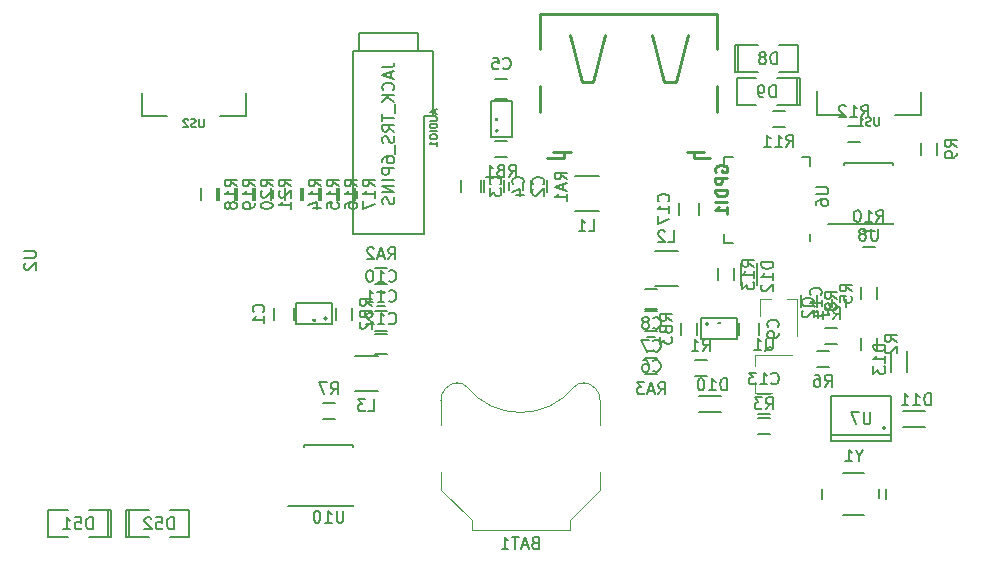
<source format=gbr>
G04 #@! TF.FileFunction,Legend,Bot*
%FSLAX46Y46*%
G04 Gerber Fmt 4.6, Leading zero omitted, Abs format (unit mm)*
G04 Created by KiCad (PCBNEW 4.0.5+dfsg1-4) date Mon Mar 27 15:17:06 2017*
%MOMM*%
%LPD*%
G01*
G04 APERTURE LIST*
%ADD10C,0.100000*%
%ADD11C,0.120000*%
%ADD12C,0.150000*%
%ADD13C,0.152400*%
%ADD14C,0.254000*%
%ADD15C,0.037500*%
G04 APERTURE END LIST*
D10*
D11*
X141144615Y-90125840D02*
G75*
G03X140230000Y-90510000I-124615J-984160D01*
G01*
X130315385Y-90125840D02*
G75*
G02X131230000Y-90510000I124615J-984160D01*
G01*
X140220661Y-90521329D02*
G75*
G02X131230000Y-90510000I-4490661J3711329D01*
G01*
X142480000Y-91660000D02*
G75*
G03X141030000Y-90110000I-1500000J50000D01*
G01*
X128980000Y-91660000D02*
G75*
G02X130430000Y-90110000I1500000J50000D01*
G01*
X142480000Y-93710000D02*
X142480000Y-91610000D01*
X128980000Y-93710000D02*
X128980000Y-91610000D01*
X128980000Y-97710000D02*
X128980000Y-99160000D01*
X128980000Y-99160000D02*
X131580000Y-101760000D01*
X131580000Y-101760000D02*
X131580000Y-102560000D01*
X131580000Y-102560000D02*
X139880000Y-102560000D01*
X139880000Y-102560000D02*
X139880000Y-101760000D01*
X139880000Y-101760000D02*
X142480000Y-99160000D01*
X142480000Y-99160000D02*
X142480000Y-97710000D01*
D12*
X102609000Y-103203000D02*
X102355000Y-103203000D01*
X102355000Y-103203000D02*
X102355000Y-100917000D01*
X102355000Y-100917000D02*
X102609000Y-100917000D01*
X102609000Y-103203000D02*
X102609000Y-100917000D01*
X102609000Y-100917000D02*
X104260000Y-100917000D01*
X106038000Y-103203000D02*
X107689000Y-103203000D01*
X107689000Y-103203000D02*
X107689000Y-100917000D01*
X107689000Y-100917000D02*
X106038000Y-100917000D01*
X104260000Y-103203000D02*
X102609000Y-103203000D01*
X100831000Y-100917000D02*
X101085000Y-100917000D01*
X101085000Y-100917000D02*
X101085000Y-103203000D01*
X101085000Y-103203000D02*
X100831000Y-103203000D01*
X100831000Y-100917000D02*
X100831000Y-103203000D01*
X100831000Y-103203000D02*
X99180000Y-103203000D01*
X97402000Y-100917000D02*
X95751000Y-100917000D01*
X95751000Y-100917000D02*
X95751000Y-103203000D01*
X95751000Y-103203000D02*
X97402000Y-103203000D01*
X99180000Y-100917000D02*
X100831000Y-100917000D01*
X142344000Y-72645000D02*
X140344000Y-72645000D01*
X140344000Y-75595000D02*
X142344000Y-75595000D01*
X133846803Y-68770000D02*
G75*
G03X133846803Y-68770000I-111803J0D01*
G01*
X135035000Y-69270000D02*
X135035000Y-66270000D01*
X135035000Y-66270000D02*
X133235000Y-66270000D01*
X133235000Y-66270000D02*
X133235000Y-69270000D01*
X133235000Y-69270000D02*
X135035000Y-69270000D01*
X147075000Y-81945000D02*
X149075000Y-81945000D01*
X149075000Y-78995000D02*
X147075000Y-78995000D01*
X151631803Y-85120000D02*
G75*
G03X151631803Y-85120000I-111803J0D01*
G01*
X151020000Y-86420000D02*
X154020000Y-86420000D01*
X154020000Y-86420000D02*
X154020000Y-84620000D01*
X154020000Y-84620000D02*
X151020000Y-84620000D01*
X151020000Y-84620000D02*
X151020000Y-86420000D01*
X123675000Y-87885000D02*
X121675000Y-87885000D01*
X121675000Y-90835000D02*
X123675000Y-90835000D01*
X119341803Y-84680000D02*
G75*
G03X119341803Y-84680000I-111803J0D01*
G01*
X119730000Y-83380000D02*
X116730000Y-83380000D01*
X116730000Y-83380000D02*
X116730000Y-85180000D01*
X116730000Y-85180000D02*
X119730000Y-85180000D01*
X119730000Y-85180000D02*
X119730000Y-83380000D01*
X114840000Y-84780000D02*
X114840000Y-83780000D01*
X116540000Y-83780000D02*
X116540000Y-84780000D01*
X132415000Y-72985000D02*
X132415000Y-73985000D01*
X130715000Y-73985000D02*
X130715000Y-72985000D01*
X134320000Y-72985000D02*
X134320000Y-73985000D01*
X132620000Y-73985000D02*
X132620000Y-72985000D01*
X133605000Y-64380000D02*
X134605000Y-64380000D01*
X134605000Y-66080000D02*
X133605000Y-66080000D01*
X147305000Y-85765000D02*
X146305000Y-85765000D01*
X146305000Y-84065000D02*
X147305000Y-84065000D01*
X147305000Y-83860000D02*
X146305000Y-83860000D01*
X146305000Y-82160000D02*
X147305000Y-82160000D01*
X155910000Y-85050000D02*
X155910000Y-86050000D01*
X154210000Y-86050000D02*
X154210000Y-85050000D01*
X123445000Y-84065000D02*
X124445000Y-84065000D01*
X124445000Y-85765000D02*
X123445000Y-85765000D01*
X123445000Y-85970000D02*
X124445000Y-85970000D01*
X124445000Y-87670000D02*
X123445000Y-87670000D01*
X154171000Y-63833000D02*
X153917000Y-63833000D01*
X153917000Y-63833000D02*
X153917000Y-61547000D01*
X153917000Y-61547000D02*
X154171000Y-61547000D01*
X154171000Y-63833000D02*
X154171000Y-61547000D01*
X154171000Y-61547000D02*
X155822000Y-61547000D01*
X157600000Y-63833000D02*
X159251000Y-63833000D01*
X159251000Y-63833000D02*
X159251000Y-61547000D01*
X159251000Y-61547000D02*
X157600000Y-61547000D01*
X155822000Y-63833000D02*
X154171000Y-63833000D01*
X159124000Y-64341000D02*
X159378000Y-64341000D01*
X159378000Y-64341000D02*
X159378000Y-66627000D01*
X159378000Y-66627000D02*
X159124000Y-66627000D01*
X159124000Y-64341000D02*
X159124000Y-66627000D01*
X159124000Y-66627000D02*
X157473000Y-66627000D01*
X155695000Y-64341000D02*
X154044000Y-64341000D01*
X154044000Y-64341000D02*
X154044000Y-66627000D01*
X154044000Y-66627000D02*
X155695000Y-66627000D01*
X157473000Y-64341000D02*
X159124000Y-64341000D01*
X166617000Y-93932000D02*
G75*
G03X166617000Y-93932000I-127000J0D01*
G01*
X167125000Y-94567000D02*
X162045000Y-94567000D01*
X167125000Y-91265000D02*
X162045000Y-91265000D01*
X167125000Y-95075000D02*
X162045000Y-95075000D01*
X167125000Y-95075000D02*
X167125000Y-91265000D01*
X162045000Y-95075000D02*
X162045000Y-91265000D01*
X155830000Y-91050000D02*
X156830000Y-91050000D01*
X156830000Y-92750000D02*
X155830000Y-92750000D01*
X150878000Y-91200000D02*
X152678000Y-91200000D01*
X150878000Y-92600000D02*
X152678000Y-92600000D01*
X168150000Y-92470000D02*
X169950000Y-92470000D01*
X168150000Y-93870000D02*
X169950000Y-93870000D01*
X155760000Y-80005000D02*
X155760000Y-81805000D01*
X154360000Y-80005000D02*
X154360000Y-81805000D01*
X167060000Y-89190000D02*
X167060000Y-87390000D01*
X168460000Y-89190000D02*
X168460000Y-87390000D01*
X160820000Y-65425000D02*
X160820000Y-67425000D01*
X160820000Y-67425000D02*
X162970000Y-67425000D01*
X167470000Y-67425000D02*
X169620000Y-67425000D01*
X169620000Y-67425000D02*
X169620000Y-65475000D01*
X103670000Y-65560000D02*
X103670000Y-67560000D01*
X103670000Y-67560000D02*
X105820000Y-67560000D01*
X110320000Y-67560000D02*
X112470000Y-67560000D01*
X112470000Y-67560000D02*
X112470000Y-65610000D01*
D13*
X127580000Y-77540000D02*
X127580000Y-67540000D01*
X127580000Y-67540000D02*
X128280000Y-67540000D01*
X128280000Y-67540000D02*
X128280000Y-62040000D01*
X121580000Y-77540000D02*
X127580000Y-77540000D01*
X121580000Y-62040000D02*
X121580000Y-77540000D01*
X121580000Y-62040000D02*
X128280000Y-62040000D01*
X122080000Y-62040000D02*
X122080000Y-60540000D01*
X122080000Y-60540000D02*
X127080000Y-60540000D01*
X127080000Y-60540000D02*
X127080000Y-62040000D01*
D12*
X166109000Y-99139000D02*
X166109000Y-99901000D01*
X164850000Y-101320000D02*
X163050000Y-101320000D01*
X161250000Y-99920000D02*
X161250000Y-99120000D01*
X163050000Y-97720000D02*
X164850000Y-97720000D01*
X166650000Y-99120000D02*
X166650000Y-99920000D01*
X149130000Y-75890000D02*
X149130000Y-74890000D01*
X150830000Y-74890000D02*
X150830000Y-75890000D01*
X153684000Y-78278000D02*
X152934000Y-78278000D01*
X160234000Y-78128000D02*
X160234000Y-77528000D01*
X152934000Y-78278000D02*
X152934000Y-77528000D01*
X152934000Y-70978000D02*
X152934000Y-71678000D01*
X160234000Y-70978000D02*
X160234000Y-71728000D01*
X153684000Y-70978000D02*
X152934000Y-70978000D01*
X160234000Y-70978000D02*
X159534000Y-70978000D01*
D11*
X155570000Y-90940000D02*
X155570000Y-90010000D01*
X155570000Y-87780000D02*
X155570000Y-88710000D01*
X155570000Y-87780000D02*
X158730000Y-87780000D01*
X155570000Y-90940000D02*
X157030000Y-90940000D01*
X156020000Y-83012000D02*
X156950000Y-83012000D01*
X159180000Y-83012000D02*
X158250000Y-83012000D01*
X159180000Y-83012000D02*
X159180000Y-86172000D01*
X156020000Y-83012000D02*
X156020000Y-84472000D01*
D12*
X163145000Y-76695000D02*
X163145000Y-76645000D01*
X167295000Y-76695000D02*
X167295000Y-76550000D01*
X167295000Y-71545000D02*
X167295000Y-71690000D01*
X163145000Y-71545000D02*
X163145000Y-71690000D01*
X163145000Y-76695000D02*
X167295000Y-76695000D01*
X163145000Y-71545000D02*
X167295000Y-71545000D01*
X163145000Y-76645000D02*
X161745000Y-76645000D01*
X135975000Y-73835000D02*
X135975000Y-73135000D01*
X134775000Y-73135000D02*
X134775000Y-73835000D01*
X146455000Y-87420000D02*
X147155000Y-87420000D01*
X147155000Y-86220000D02*
X146455000Y-86220000D01*
X124295000Y-82410000D02*
X123595000Y-82410000D01*
X123595000Y-83610000D02*
X124295000Y-83610000D01*
X162080000Y-82980000D02*
X162080000Y-83680000D01*
X163280000Y-83680000D02*
X163280000Y-82980000D01*
X150496000Y-89527000D02*
X151496000Y-89527000D01*
X151496000Y-88177000D02*
X150496000Y-88177000D01*
X164545000Y-86320000D02*
X164545000Y-87320000D01*
X165895000Y-87320000D02*
X165895000Y-86320000D01*
X155830000Y-94480000D02*
X156830000Y-94480000D01*
X156830000Y-93130000D02*
X155830000Y-93130000D01*
X161545000Y-86860000D02*
X162545000Y-86860000D01*
X162545000Y-85510000D02*
X161545000Y-85510000D01*
X165895000Y-83045000D02*
X165895000Y-82045000D01*
X164545000Y-82045000D02*
X164545000Y-83045000D01*
X161830000Y-87415000D02*
X160830000Y-87415000D01*
X160830000Y-88765000D02*
X161830000Y-88765000D01*
X119000000Y-93210000D02*
X120000000Y-93210000D01*
X120000000Y-91860000D02*
X119000000Y-91860000D01*
X159465000Y-82680000D02*
X159465000Y-83680000D01*
X160815000Y-83680000D02*
X160815000Y-82680000D01*
X169625000Y-69810000D02*
X169625000Y-70810000D01*
X170975000Y-70810000D02*
X170975000Y-69810000D01*
X164720000Y-78605000D02*
X165720000Y-78605000D01*
X165720000Y-77255000D02*
X164720000Y-77255000D01*
X158100000Y-67095000D02*
X157100000Y-67095000D01*
X157100000Y-68445000D02*
X158100000Y-68445000D01*
X163450000Y-69715000D02*
X164450000Y-69715000D01*
X164450000Y-68365000D02*
X163450000Y-68365000D01*
X152480000Y-80435000D02*
X152480000Y-81435000D01*
X153830000Y-81435000D02*
X153830000Y-80435000D01*
X136605000Y-72985000D02*
X136605000Y-73985000D01*
X137955000Y-73985000D02*
X137955000Y-72985000D01*
X123445000Y-81780000D02*
X124445000Y-81780000D01*
X124445000Y-80430000D02*
X123445000Y-80430000D01*
X147305000Y-88050000D02*
X146305000Y-88050000D01*
X146305000Y-89400000D02*
X147305000Y-89400000D01*
X134605000Y-69635000D02*
X133605000Y-69635000D01*
X133605000Y-70985000D02*
X134605000Y-70985000D01*
X120095000Y-83780000D02*
X120095000Y-84780000D01*
X121445000Y-84780000D02*
X121445000Y-83780000D01*
X150655000Y-86050000D02*
X150655000Y-85050000D01*
X149305000Y-85050000D02*
X149305000Y-86050000D01*
X115777000Y-73620000D02*
X115777000Y-74620000D01*
X117127000Y-74620000D02*
X117127000Y-73620000D01*
X117301000Y-73620000D02*
X117301000Y-74620000D01*
X118651000Y-74620000D02*
X118651000Y-73620000D01*
X118825000Y-73620000D02*
X118825000Y-74620000D01*
X120175000Y-74620000D02*
X120175000Y-73620000D01*
X120349000Y-73620000D02*
X120349000Y-74620000D01*
X121699000Y-74620000D02*
X121699000Y-73620000D01*
X108665000Y-73620000D02*
X108665000Y-74620000D01*
X110015000Y-74620000D02*
X110015000Y-73620000D01*
X110189000Y-73620000D02*
X110189000Y-74620000D01*
X111539000Y-74620000D02*
X111539000Y-73620000D01*
X111713000Y-73620000D02*
X111713000Y-74620000D01*
X113063000Y-74620000D02*
X113063000Y-73620000D01*
X113237000Y-73620000D02*
X113237000Y-74620000D01*
X114587000Y-74620000D02*
X114587000Y-73620000D01*
D14*
X138501740Y-70574160D02*
X139400900Y-70574160D01*
X139400900Y-70574160D02*
X140000340Y-70574160D01*
X149799660Y-70574160D02*
X150399100Y-70574160D01*
X150399100Y-70574160D02*
X151298260Y-70574160D01*
X152398080Y-67175640D02*
X152398080Y-65024260D01*
X152398080Y-61826400D02*
X152398080Y-58918100D01*
X152398080Y-58918100D02*
X137401920Y-58918100D01*
X137401920Y-58918100D02*
X137401920Y-61826400D01*
X137401920Y-65024260D02*
X137401920Y-67175640D01*
X151773240Y-71074540D02*
X150399100Y-71074540D01*
X150399100Y-71074540D02*
X150399100Y-70574160D01*
X139400900Y-70574160D02*
X139400900Y-71074540D01*
X139400900Y-71074540D02*
X138014060Y-71074540D01*
X146898980Y-60658000D02*
X147899740Y-64658500D01*
X147899740Y-64658500D02*
X148897960Y-64658500D01*
X148897960Y-64658500D02*
X149898720Y-60658000D01*
X142901020Y-60658000D02*
X141900260Y-64658500D01*
X141900260Y-64658500D02*
X140902040Y-64658500D01*
X140902040Y-64658500D02*
X139901280Y-60658000D01*
D12*
X117425000Y-100571000D02*
X117425000Y-100521000D01*
X121575000Y-100571000D02*
X121575000Y-100426000D01*
X121575000Y-95421000D02*
X121575000Y-95566000D01*
X117425000Y-95421000D02*
X117425000Y-95566000D01*
X117425000Y-100571000D02*
X121575000Y-100571000D01*
X117425000Y-95421000D02*
X121575000Y-95421000D01*
X117425000Y-100521000D02*
X116025000Y-100521000D01*
X136944285Y-103638571D02*
X136801428Y-103686190D01*
X136753809Y-103733810D01*
X136706190Y-103829048D01*
X136706190Y-103971905D01*
X136753809Y-104067143D01*
X136801428Y-104114762D01*
X136896666Y-104162381D01*
X137277619Y-104162381D01*
X137277619Y-103162381D01*
X136944285Y-103162381D01*
X136849047Y-103210000D01*
X136801428Y-103257619D01*
X136753809Y-103352857D01*
X136753809Y-103448095D01*
X136801428Y-103543333D01*
X136849047Y-103590952D01*
X136944285Y-103638571D01*
X137277619Y-103638571D01*
X136325238Y-103876667D02*
X135849047Y-103876667D01*
X136420476Y-104162381D02*
X136087143Y-103162381D01*
X135753809Y-104162381D01*
X135563333Y-103162381D02*
X134991904Y-103162381D01*
X135277619Y-104162381D02*
X135277619Y-103162381D01*
X134134761Y-104162381D02*
X134706190Y-104162381D01*
X134420476Y-104162381D02*
X134420476Y-103162381D01*
X134515714Y-103305238D01*
X134610952Y-103400476D01*
X134706190Y-103448095D01*
X106363286Y-102512381D02*
X106363286Y-101512381D01*
X106125191Y-101512381D01*
X105982333Y-101560000D01*
X105887095Y-101655238D01*
X105839476Y-101750476D01*
X105791857Y-101940952D01*
X105791857Y-102083810D01*
X105839476Y-102274286D01*
X105887095Y-102369524D01*
X105982333Y-102464762D01*
X106125191Y-102512381D01*
X106363286Y-102512381D01*
X104887095Y-101512381D02*
X105363286Y-101512381D01*
X105410905Y-101988571D01*
X105363286Y-101940952D01*
X105268048Y-101893333D01*
X105029952Y-101893333D01*
X104934714Y-101940952D01*
X104887095Y-101988571D01*
X104839476Y-102083810D01*
X104839476Y-102321905D01*
X104887095Y-102417143D01*
X104934714Y-102464762D01*
X105029952Y-102512381D01*
X105268048Y-102512381D01*
X105363286Y-102464762D01*
X105410905Y-102417143D01*
X104458524Y-101607619D02*
X104410905Y-101560000D01*
X104315667Y-101512381D01*
X104077571Y-101512381D01*
X103982333Y-101560000D01*
X103934714Y-101607619D01*
X103887095Y-101702857D01*
X103887095Y-101798095D01*
X103934714Y-101940952D01*
X104506143Y-102512381D01*
X103887095Y-102512381D01*
X99505286Y-102512381D02*
X99505286Y-101512381D01*
X99267191Y-101512381D01*
X99124333Y-101560000D01*
X99029095Y-101655238D01*
X98981476Y-101750476D01*
X98933857Y-101940952D01*
X98933857Y-102083810D01*
X98981476Y-102274286D01*
X99029095Y-102369524D01*
X99124333Y-102464762D01*
X99267191Y-102512381D01*
X99505286Y-102512381D01*
X98029095Y-101512381D02*
X98505286Y-101512381D01*
X98552905Y-101988571D01*
X98505286Y-101940952D01*
X98410048Y-101893333D01*
X98171952Y-101893333D01*
X98076714Y-101940952D01*
X98029095Y-101988571D01*
X97981476Y-102083810D01*
X97981476Y-102321905D01*
X98029095Y-102417143D01*
X98076714Y-102464762D01*
X98171952Y-102512381D01*
X98410048Y-102512381D01*
X98505286Y-102464762D01*
X98552905Y-102417143D01*
X97029095Y-102512381D02*
X97600524Y-102512381D01*
X97314810Y-102512381D02*
X97314810Y-101512381D01*
X97410048Y-101655238D01*
X97505286Y-101750476D01*
X97600524Y-101798095D01*
X141510666Y-77272381D02*
X141986857Y-77272381D01*
X141986857Y-76272381D01*
X140653523Y-77272381D02*
X141224952Y-77272381D01*
X140939238Y-77272381D02*
X140939238Y-76272381D01*
X141034476Y-76415238D01*
X141129714Y-76510476D01*
X141224952Y-76558095D01*
D15*
X133552857Y-67655714D02*
X133674286Y-67655714D01*
X133688571Y-67662857D01*
X133695714Y-67670000D01*
X133702857Y-67684286D01*
X133702857Y-67712857D01*
X133695714Y-67727143D01*
X133688571Y-67734286D01*
X133674286Y-67741429D01*
X133552857Y-67741429D01*
X133552857Y-67798572D02*
X133552857Y-67891429D01*
X133610000Y-67841429D01*
X133610000Y-67862857D01*
X133617143Y-67877143D01*
X133624286Y-67884286D01*
X133638571Y-67891429D01*
X133674286Y-67891429D01*
X133688571Y-67884286D01*
X133695714Y-67877143D01*
X133702857Y-67862857D01*
X133702857Y-67820000D01*
X133695714Y-67805714D01*
X133688571Y-67798572D01*
D12*
X148241666Y-78222381D02*
X148717857Y-78222381D01*
X148717857Y-77222381D01*
X147955952Y-77317619D02*
X147908333Y-77270000D01*
X147813095Y-77222381D01*
X147574999Y-77222381D01*
X147479761Y-77270000D01*
X147432142Y-77317619D01*
X147384523Y-77412857D01*
X147384523Y-77508095D01*
X147432142Y-77650952D01*
X148003571Y-78222381D01*
X147384523Y-78222381D01*
D15*
X152634286Y-84937857D02*
X152634286Y-85059286D01*
X152627143Y-85073571D01*
X152620000Y-85080714D01*
X152605714Y-85087857D01*
X152577143Y-85087857D01*
X152562857Y-85080714D01*
X152555714Y-85073571D01*
X152548571Y-85059286D01*
X152548571Y-84937857D01*
X152412857Y-84987857D02*
X152412857Y-85087857D01*
X152448571Y-84930714D02*
X152484286Y-85037857D01*
X152391428Y-85037857D01*
D12*
X122841666Y-92512381D02*
X123317857Y-92512381D01*
X123317857Y-91512381D01*
X122603571Y-91512381D02*
X121984523Y-91512381D01*
X122317857Y-91893333D01*
X122174999Y-91893333D01*
X122079761Y-91940952D01*
X122032142Y-91988571D01*
X121984523Y-92083810D01*
X121984523Y-92321905D01*
X122032142Y-92417143D01*
X122079761Y-92464762D01*
X122174999Y-92512381D01*
X122460714Y-92512381D01*
X122555952Y-92464762D01*
X122603571Y-92417143D01*
D15*
X118344286Y-84697857D02*
X118344286Y-84819286D01*
X118337143Y-84833571D01*
X118330000Y-84840714D01*
X118315714Y-84847857D01*
X118287143Y-84847857D01*
X118272857Y-84840714D01*
X118265714Y-84833571D01*
X118258571Y-84819286D01*
X118258571Y-84697857D01*
X118115714Y-84697857D02*
X118187143Y-84697857D01*
X118194286Y-84769286D01*
X118187143Y-84762143D01*
X118172857Y-84755000D01*
X118137143Y-84755000D01*
X118122857Y-84762143D01*
X118115714Y-84769286D01*
X118108571Y-84783571D01*
X118108571Y-84819286D01*
X118115714Y-84833571D01*
X118122857Y-84840714D01*
X118137143Y-84847857D01*
X118172857Y-84847857D01*
X118187143Y-84840714D01*
X118194286Y-84833571D01*
D12*
X113947143Y-84113334D02*
X113994762Y-84065715D01*
X114042381Y-83922858D01*
X114042381Y-83827620D01*
X113994762Y-83684762D01*
X113899524Y-83589524D01*
X113804286Y-83541905D01*
X113613810Y-83494286D01*
X113470952Y-83494286D01*
X113280476Y-83541905D01*
X113185238Y-83589524D01*
X113090000Y-83684762D01*
X113042381Y-83827620D01*
X113042381Y-83922858D01*
X113090000Y-84065715D01*
X113137619Y-84113334D01*
X114042381Y-85065715D02*
X114042381Y-84494286D01*
X114042381Y-84780000D02*
X113042381Y-84780000D01*
X113185238Y-84684762D01*
X113280476Y-84589524D01*
X113328095Y-84494286D01*
X134022143Y-73318334D02*
X134069762Y-73270715D01*
X134117381Y-73127858D01*
X134117381Y-73032620D01*
X134069762Y-72889762D01*
X133974524Y-72794524D01*
X133879286Y-72746905D01*
X133688810Y-72699286D01*
X133545952Y-72699286D01*
X133355476Y-72746905D01*
X133260238Y-72794524D01*
X133165000Y-72889762D01*
X133117381Y-73032620D01*
X133117381Y-73127858D01*
X133165000Y-73270715D01*
X133212619Y-73318334D01*
X133117381Y-73651667D02*
X133117381Y-74270715D01*
X133498333Y-73937381D01*
X133498333Y-74080239D01*
X133545952Y-74175477D01*
X133593571Y-74223096D01*
X133688810Y-74270715D01*
X133926905Y-74270715D01*
X134022143Y-74223096D01*
X134069762Y-74175477D01*
X134117381Y-74080239D01*
X134117381Y-73794524D01*
X134069762Y-73699286D01*
X134022143Y-73651667D01*
X135927143Y-73318334D02*
X135974762Y-73270715D01*
X136022381Y-73127858D01*
X136022381Y-73032620D01*
X135974762Y-72889762D01*
X135879524Y-72794524D01*
X135784286Y-72746905D01*
X135593810Y-72699286D01*
X135450952Y-72699286D01*
X135260476Y-72746905D01*
X135165238Y-72794524D01*
X135070000Y-72889762D01*
X135022381Y-73032620D01*
X135022381Y-73127858D01*
X135070000Y-73270715D01*
X135117619Y-73318334D01*
X135355714Y-74175477D02*
X136022381Y-74175477D01*
X134974762Y-73937381D02*
X135689048Y-73699286D01*
X135689048Y-74318334D01*
X134271666Y-63487143D02*
X134319285Y-63534762D01*
X134462142Y-63582381D01*
X134557380Y-63582381D01*
X134700238Y-63534762D01*
X134795476Y-63439524D01*
X134843095Y-63344286D01*
X134890714Y-63153810D01*
X134890714Y-63010952D01*
X134843095Y-62820476D01*
X134795476Y-62725238D01*
X134700238Y-62630000D01*
X134557380Y-62582381D01*
X134462142Y-62582381D01*
X134319285Y-62630000D01*
X134271666Y-62677619D01*
X133366904Y-62582381D02*
X133843095Y-62582381D01*
X133890714Y-63058571D01*
X133843095Y-63010952D01*
X133747857Y-62963333D01*
X133509761Y-62963333D01*
X133414523Y-63010952D01*
X133366904Y-63058571D01*
X133319285Y-63153810D01*
X133319285Y-63391905D01*
X133366904Y-63487143D01*
X133414523Y-63534762D01*
X133509761Y-63582381D01*
X133747857Y-63582381D01*
X133843095Y-63534762D01*
X133890714Y-63487143D01*
X146971666Y-87372143D02*
X147019285Y-87419762D01*
X147162142Y-87467381D01*
X147257380Y-87467381D01*
X147400238Y-87419762D01*
X147495476Y-87324524D01*
X147543095Y-87229286D01*
X147590714Y-87038810D01*
X147590714Y-86895952D01*
X147543095Y-86705476D01*
X147495476Y-86610238D01*
X147400238Y-86515000D01*
X147257380Y-86467381D01*
X147162142Y-86467381D01*
X147019285Y-86515000D01*
X146971666Y-86562619D01*
X146638333Y-86467381D02*
X145971666Y-86467381D01*
X146400238Y-87467381D01*
X146971666Y-85467143D02*
X147019285Y-85514762D01*
X147162142Y-85562381D01*
X147257380Y-85562381D01*
X147400238Y-85514762D01*
X147495476Y-85419524D01*
X147543095Y-85324286D01*
X147590714Y-85133810D01*
X147590714Y-84990952D01*
X147543095Y-84800476D01*
X147495476Y-84705238D01*
X147400238Y-84610000D01*
X147257380Y-84562381D01*
X147162142Y-84562381D01*
X147019285Y-84610000D01*
X146971666Y-84657619D01*
X146400238Y-84990952D02*
X146495476Y-84943333D01*
X146543095Y-84895714D01*
X146590714Y-84800476D01*
X146590714Y-84752857D01*
X146543095Y-84657619D01*
X146495476Y-84610000D01*
X146400238Y-84562381D01*
X146209761Y-84562381D01*
X146114523Y-84610000D01*
X146066904Y-84657619D01*
X146019285Y-84752857D01*
X146019285Y-84800476D01*
X146066904Y-84895714D01*
X146114523Y-84943333D01*
X146209761Y-84990952D01*
X146400238Y-84990952D01*
X146495476Y-85038571D01*
X146543095Y-85086190D01*
X146590714Y-85181429D01*
X146590714Y-85371905D01*
X146543095Y-85467143D01*
X146495476Y-85514762D01*
X146400238Y-85562381D01*
X146209761Y-85562381D01*
X146114523Y-85514762D01*
X146066904Y-85467143D01*
X146019285Y-85371905D01*
X146019285Y-85181429D01*
X146066904Y-85086190D01*
X146114523Y-85038571D01*
X146209761Y-84990952D01*
X157517143Y-85383334D02*
X157564762Y-85335715D01*
X157612381Y-85192858D01*
X157612381Y-85097620D01*
X157564762Y-84954762D01*
X157469524Y-84859524D01*
X157374286Y-84811905D01*
X157183810Y-84764286D01*
X157040952Y-84764286D01*
X156850476Y-84811905D01*
X156755238Y-84859524D01*
X156660000Y-84954762D01*
X156612381Y-85097620D01*
X156612381Y-85192858D01*
X156660000Y-85335715D01*
X156707619Y-85383334D01*
X157612381Y-85859524D02*
X157612381Y-86050000D01*
X157564762Y-86145239D01*
X157517143Y-86192858D01*
X157374286Y-86288096D01*
X157183810Y-86335715D01*
X156802857Y-86335715D01*
X156707619Y-86288096D01*
X156660000Y-86240477D01*
X156612381Y-86145239D01*
X156612381Y-85954762D01*
X156660000Y-85859524D01*
X156707619Y-85811905D01*
X156802857Y-85764286D01*
X157040952Y-85764286D01*
X157136190Y-85811905D01*
X157183810Y-85859524D01*
X157231429Y-85954762D01*
X157231429Y-86145239D01*
X157183810Y-86240477D01*
X157136190Y-86288096D01*
X157040952Y-86335715D01*
X124587857Y-83172143D02*
X124635476Y-83219762D01*
X124778333Y-83267381D01*
X124873571Y-83267381D01*
X125016429Y-83219762D01*
X125111667Y-83124524D01*
X125159286Y-83029286D01*
X125206905Y-82838810D01*
X125206905Y-82695952D01*
X125159286Y-82505476D01*
X125111667Y-82410238D01*
X125016429Y-82315000D01*
X124873571Y-82267381D01*
X124778333Y-82267381D01*
X124635476Y-82315000D01*
X124587857Y-82362619D01*
X123635476Y-83267381D02*
X124206905Y-83267381D01*
X123921191Y-83267381D02*
X123921191Y-82267381D01*
X124016429Y-82410238D01*
X124111667Y-82505476D01*
X124206905Y-82553095D01*
X122683095Y-83267381D02*
X123254524Y-83267381D01*
X122968810Y-83267381D02*
X122968810Y-82267381D01*
X123064048Y-82410238D01*
X123159286Y-82505476D01*
X123254524Y-82553095D01*
X124587857Y-85077143D02*
X124635476Y-85124762D01*
X124778333Y-85172381D01*
X124873571Y-85172381D01*
X125016429Y-85124762D01*
X125111667Y-85029524D01*
X125159286Y-84934286D01*
X125206905Y-84743810D01*
X125206905Y-84600952D01*
X125159286Y-84410476D01*
X125111667Y-84315238D01*
X125016429Y-84220000D01*
X124873571Y-84172381D01*
X124778333Y-84172381D01*
X124635476Y-84220000D01*
X124587857Y-84267619D01*
X123635476Y-85172381D02*
X124206905Y-85172381D01*
X123921191Y-85172381D02*
X123921191Y-84172381D01*
X124016429Y-84315238D01*
X124111667Y-84410476D01*
X124206905Y-84458095D01*
X123254524Y-84267619D02*
X123206905Y-84220000D01*
X123111667Y-84172381D01*
X122873571Y-84172381D01*
X122778333Y-84220000D01*
X122730714Y-84267619D01*
X122683095Y-84362857D01*
X122683095Y-84458095D01*
X122730714Y-84600952D01*
X123302143Y-85172381D01*
X122683095Y-85172381D01*
X157449095Y-63142381D02*
X157449095Y-62142381D01*
X157211000Y-62142381D01*
X157068142Y-62190000D01*
X156972904Y-62285238D01*
X156925285Y-62380476D01*
X156877666Y-62570952D01*
X156877666Y-62713810D01*
X156925285Y-62904286D01*
X156972904Y-62999524D01*
X157068142Y-63094762D01*
X157211000Y-63142381D01*
X157449095Y-63142381D01*
X156306238Y-62570952D02*
X156401476Y-62523333D01*
X156449095Y-62475714D01*
X156496714Y-62380476D01*
X156496714Y-62332857D01*
X156449095Y-62237619D01*
X156401476Y-62190000D01*
X156306238Y-62142381D01*
X156115761Y-62142381D01*
X156020523Y-62190000D01*
X155972904Y-62237619D01*
X155925285Y-62332857D01*
X155925285Y-62380476D01*
X155972904Y-62475714D01*
X156020523Y-62523333D01*
X156115761Y-62570952D01*
X156306238Y-62570952D01*
X156401476Y-62618571D01*
X156449095Y-62666190D01*
X156496714Y-62761429D01*
X156496714Y-62951905D01*
X156449095Y-63047143D01*
X156401476Y-63094762D01*
X156306238Y-63142381D01*
X156115761Y-63142381D01*
X156020523Y-63094762D01*
X155972904Y-63047143D01*
X155925285Y-62951905D01*
X155925285Y-62761429D01*
X155972904Y-62666190D01*
X156020523Y-62618571D01*
X156115761Y-62570952D01*
X157322095Y-65936381D02*
X157322095Y-64936381D01*
X157084000Y-64936381D01*
X156941142Y-64984000D01*
X156845904Y-65079238D01*
X156798285Y-65174476D01*
X156750666Y-65364952D01*
X156750666Y-65507810D01*
X156798285Y-65698286D01*
X156845904Y-65793524D01*
X156941142Y-65888762D01*
X157084000Y-65936381D01*
X157322095Y-65936381D01*
X156274476Y-65936381D02*
X156084000Y-65936381D01*
X155988761Y-65888762D01*
X155941142Y-65841143D01*
X155845904Y-65698286D01*
X155798285Y-65507810D01*
X155798285Y-65126857D01*
X155845904Y-65031619D01*
X155893523Y-64984000D01*
X155988761Y-64936381D01*
X156179238Y-64936381D01*
X156274476Y-64984000D01*
X156322095Y-65031619D01*
X156369714Y-65126857D01*
X156369714Y-65364952D01*
X156322095Y-65460190D01*
X156274476Y-65507810D01*
X156179238Y-65555429D01*
X155988761Y-65555429D01*
X155893523Y-65507810D01*
X155845904Y-65460190D01*
X155798285Y-65364952D01*
X165346905Y-92622381D02*
X165346905Y-93431905D01*
X165299286Y-93527143D01*
X165251667Y-93574762D01*
X165156429Y-93622381D01*
X164965952Y-93622381D01*
X164870714Y-93574762D01*
X164823095Y-93527143D01*
X164775476Y-93431905D01*
X164775476Y-92622381D01*
X164394524Y-92622381D02*
X163727857Y-92622381D01*
X164156429Y-93622381D01*
X93712381Y-78978095D02*
X94521905Y-78978095D01*
X94617143Y-79025714D01*
X94664762Y-79073333D01*
X94712381Y-79168571D01*
X94712381Y-79359048D01*
X94664762Y-79454286D01*
X94617143Y-79501905D01*
X94521905Y-79549524D01*
X93712381Y-79549524D01*
X93807619Y-79978095D02*
X93760000Y-80025714D01*
X93712381Y-80120952D01*
X93712381Y-80359048D01*
X93760000Y-80454286D01*
X93807619Y-80501905D01*
X93902857Y-80549524D01*
X93998095Y-80549524D01*
X94140952Y-80501905D01*
X94712381Y-79930476D01*
X94712381Y-80549524D01*
X156972857Y-90157143D02*
X157020476Y-90204762D01*
X157163333Y-90252381D01*
X157258571Y-90252381D01*
X157401429Y-90204762D01*
X157496667Y-90109524D01*
X157544286Y-90014286D01*
X157591905Y-89823810D01*
X157591905Y-89680952D01*
X157544286Y-89490476D01*
X157496667Y-89395238D01*
X157401429Y-89300000D01*
X157258571Y-89252381D01*
X157163333Y-89252381D01*
X157020476Y-89300000D01*
X156972857Y-89347619D01*
X156020476Y-90252381D02*
X156591905Y-90252381D01*
X156306191Y-90252381D02*
X156306191Y-89252381D01*
X156401429Y-89395238D01*
X156496667Y-89490476D01*
X156591905Y-89538095D01*
X155687143Y-89252381D02*
X155068095Y-89252381D01*
X155401429Y-89633333D01*
X155258571Y-89633333D01*
X155163333Y-89680952D01*
X155115714Y-89728571D01*
X155068095Y-89823810D01*
X155068095Y-90061905D01*
X155115714Y-90157143D01*
X155163333Y-90204762D01*
X155258571Y-90252381D01*
X155544286Y-90252381D01*
X155639524Y-90204762D01*
X155687143Y-90157143D01*
X153192286Y-90752381D02*
X153192286Y-89752381D01*
X152954191Y-89752381D01*
X152811333Y-89800000D01*
X152716095Y-89895238D01*
X152668476Y-89990476D01*
X152620857Y-90180952D01*
X152620857Y-90323810D01*
X152668476Y-90514286D01*
X152716095Y-90609524D01*
X152811333Y-90704762D01*
X152954191Y-90752381D01*
X153192286Y-90752381D01*
X151668476Y-90752381D02*
X152239905Y-90752381D01*
X151954191Y-90752381D02*
X151954191Y-89752381D01*
X152049429Y-89895238D01*
X152144667Y-89990476D01*
X152239905Y-90038095D01*
X151049429Y-89752381D02*
X150954190Y-89752381D01*
X150858952Y-89800000D01*
X150811333Y-89847619D01*
X150763714Y-89942857D01*
X150716095Y-90133333D01*
X150716095Y-90371429D01*
X150763714Y-90561905D01*
X150811333Y-90657143D01*
X150858952Y-90704762D01*
X150954190Y-90752381D01*
X151049429Y-90752381D01*
X151144667Y-90704762D01*
X151192286Y-90657143D01*
X151239905Y-90561905D01*
X151287524Y-90371429D01*
X151287524Y-90133333D01*
X151239905Y-89942857D01*
X151192286Y-89847619D01*
X151144667Y-89800000D01*
X151049429Y-89752381D01*
X170464286Y-92022381D02*
X170464286Y-91022381D01*
X170226191Y-91022381D01*
X170083333Y-91070000D01*
X169988095Y-91165238D01*
X169940476Y-91260476D01*
X169892857Y-91450952D01*
X169892857Y-91593810D01*
X169940476Y-91784286D01*
X169988095Y-91879524D01*
X170083333Y-91974762D01*
X170226191Y-92022381D01*
X170464286Y-92022381D01*
X168940476Y-92022381D02*
X169511905Y-92022381D01*
X169226191Y-92022381D02*
X169226191Y-91022381D01*
X169321429Y-91165238D01*
X169416667Y-91260476D01*
X169511905Y-91308095D01*
X167988095Y-92022381D02*
X168559524Y-92022381D01*
X168273810Y-92022381D02*
X168273810Y-91022381D01*
X168369048Y-91165238D01*
X168464286Y-91260476D01*
X168559524Y-91308095D01*
X157112381Y-79890714D02*
X156112381Y-79890714D01*
X156112381Y-80128809D01*
X156160000Y-80271667D01*
X156255238Y-80366905D01*
X156350476Y-80414524D01*
X156540952Y-80462143D01*
X156683810Y-80462143D01*
X156874286Y-80414524D01*
X156969524Y-80366905D01*
X157064762Y-80271667D01*
X157112381Y-80128809D01*
X157112381Y-79890714D01*
X157112381Y-81414524D02*
X157112381Y-80843095D01*
X157112381Y-81128809D02*
X156112381Y-81128809D01*
X156255238Y-81033571D01*
X156350476Y-80938333D01*
X156398095Y-80843095D01*
X156207619Y-81795476D02*
X156160000Y-81843095D01*
X156112381Y-81938333D01*
X156112381Y-82176429D01*
X156160000Y-82271667D01*
X156207619Y-82319286D01*
X156302857Y-82366905D01*
X156398095Y-82366905D01*
X156540952Y-82319286D01*
X157112381Y-81747857D01*
X157112381Y-82366905D01*
X166612381Y-86875714D02*
X165612381Y-86875714D01*
X165612381Y-87113809D01*
X165660000Y-87256667D01*
X165755238Y-87351905D01*
X165850476Y-87399524D01*
X166040952Y-87447143D01*
X166183810Y-87447143D01*
X166374286Y-87399524D01*
X166469524Y-87351905D01*
X166564762Y-87256667D01*
X166612381Y-87113809D01*
X166612381Y-86875714D01*
X166612381Y-88399524D02*
X166612381Y-87828095D01*
X166612381Y-88113809D02*
X165612381Y-88113809D01*
X165755238Y-88018571D01*
X165850476Y-87923333D01*
X165898095Y-87828095D01*
X165612381Y-88732857D02*
X165612381Y-89351905D01*
X165993333Y-89018571D01*
X165993333Y-89161429D01*
X166040952Y-89256667D01*
X166088571Y-89304286D01*
X166183810Y-89351905D01*
X166421905Y-89351905D01*
X166517143Y-89304286D01*
X166564762Y-89256667D01*
X166612381Y-89161429D01*
X166612381Y-88875714D01*
X166564762Y-88780476D01*
X166517143Y-88732857D01*
X166086666Y-67641667D02*
X166086666Y-68208333D01*
X166053333Y-68275000D01*
X166020000Y-68308333D01*
X165953333Y-68341667D01*
X165820000Y-68341667D01*
X165753333Y-68308333D01*
X165720000Y-68275000D01*
X165686666Y-68208333D01*
X165686666Y-67641667D01*
X165386667Y-68308333D02*
X165286667Y-68341667D01*
X165120000Y-68341667D01*
X165053333Y-68308333D01*
X165020000Y-68275000D01*
X164986667Y-68208333D01*
X164986667Y-68141667D01*
X165020000Y-68075000D01*
X165053333Y-68041667D01*
X165120000Y-68008333D01*
X165253333Y-67975000D01*
X165320000Y-67941667D01*
X165353333Y-67908333D01*
X165386667Y-67841667D01*
X165386667Y-67775000D01*
X165353333Y-67708333D01*
X165320000Y-67675000D01*
X165253333Y-67641667D01*
X165086667Y-67641667D01*
X164986667Y-67675000D01*
X164320000Y-68341667D02*
X164720000Y-68341667D01*
X164520000Y-68341667D02*
X164520000Y-67641667D01*
X164586666Y-67741667D01*
X164653333Y-67808333D01*
X164720000Y-67841667D01*
X108936666Y-67776667D02*
X108936666Y-68343333D01*
X108903333Y-68410000D01*
X108870000Y-68443333D01*
X108803333Y-68476667D01*
X108670000Y-68476667D01*
X108603333Y-68443333D01*
X108570000Y-68410000D01*
X108536666Y-68343333D01*
X108536666Y-67776667D01*
X108236667Y-68443333D02*
X108136667Y-68476667D01*
X107970000Y-68476667D01*
X107903333Y-68443333D01*
X107870000Y-68410000D01*
X107836667Y-68343333D01*
X107836667Y-68276667D01*
X107870000Y-68210000D01*
X107903333Y-68176667D01*
X107970000Y-68143333D01*
X108103333Y-68110000D01*
X108170000Y-68076667D01*
X108203333Y-68043333D01*
X108236667Y-67976667D01*
X108236667Y-67910000D01*
X108203333Y-67843333D01*
X108170000Y-67810000D01*
X108103333Y-67776667D01*
X107936667Y-67776667D01*
X107836667Y-67810000D01*
X107570000Y-67843333D02*
X107536666Y-67810000D01*
X107470000Y-67776667D01*
X107303333Y-67776667D01*
X107236666Y-67810000D01*
X107203333Y-67843333D01*
X107170000Y-67910000D01*
X107170000Y-67976667D01*
X107203333Y-68076667D01*
X107603333Y-68476667D01*
X107170000Y-68476667D01*
D13*
X128481600Y-67016000D02*
X128481600Y-67306286D01*
X128655771Y-66957943D02*
X128046171Y-67161143D01*
X128655771Y-67364343D01*
X128046171Y-67567543D02*
X128539657Y-67567543D01*
X128597714Y-67596571D01*
X128626743Y-67625600D01*
X128655771Y-67683657D01*
X128655771Y-67799771D01*
X128626743Y-67857829D01*
X128597714Y-67886857D01*
X128539657Y-67915886D01*
X128046171Y-67915886D01*
X128655771Y-68206172D02*
X128046171Y-68206172D01*
X128046171Y-68351315D01*
X128075200Y-68438400D01*
X128133257Y-68496458D01*
X128191314Y-68525486D01*
X128307429Y-68554515D01*
X128394514Y-68554515D01*
X128510629Y-68525486D01*
X128568686Y-68496458D01*
X128626743Y-68438400D01*
X128655771Y-68351315D01*
X128655771Y-68206172D01*
X128655771Y-68815772D02*
X128046171Y-68815772D01*
X128046171Y-69222172D02*
X128046171Y-69338286D01*
X128075200Y-69396344D01*
X128133257Y-69454401D01*
X128249371Y-69483429D01*
X128452571Y-69483429D01*
X128568686Y-69454401D01*
X128626743Y-69396344D01*
X128655771Y-69338286D01*
X128655771Y-69222172D01*
X128626743Y-69164115D01*
X128568686Y-69106058D01*
X128452571Y-69077029D01*
X128249371Y-69077029D01*
X128133257Y-69106058D01*
X128075200Y-69164115D01*
X128046171Y-69222172D01*
X128655771Y-70064001D02*
X128655771Y-69715658D01*
X128655771Y-69889830D02*
X128046171Y-69889830D01*
X128133257Y-69831773D01*
X128191314Y-69773715D01*
X128220343Y-69715658D01*
D12*
X124032381Y-63420953D02*
X124746667Y-63420953D01*
X124889524Y-63373333D01*
X124984762Y-63278095D01*
X125032381Y-63135238D01*
X125032381Y-63040000D01*
X124746667Y-63849524D02*
X124746667Y-64325715D01*
X125032381Y-63754286D02*
X124032381Y-64087619D01*
X125032381Y-64420953D01*
X124937143Y-65325715D02*
X124984762Y-65278096D01*
X125032381Y-65135239D01*
X125032381Y-65040001D01*
X124984762Y-64897143D01*
X124889524Y-64801905D01*
X124794286Y-64754286D01*
X124603810Y-64706667D01*
X124460952Y-64706667D01*
X124270476Y-64754286D01*
X124175238Y-64801905D01*
X124080000Y-64897143D01*
X124032381Y-65040001D01*
X124032381Y-65135239D01*
X124080000Y-65278096D01*
X124127619Y-65325715D01*
X125032381Y-65754286D02*
X124032381Y-65754286D01*
X125032381Y-66325715D02*
X124460952Y-65897143D01*
X124032381Y-66325715D02*
X124603810Y-65754286D01*
X125127619Y-66516191D02*
X125127619Y-67278096D01*
X124032381Y-67373334D02*
X124032381Y-67944763D01*
X125032381Y-67659048D02*
X124032381Y-67659048D01*
X125032381Y-68849525D02*
X124556190Y-68516191D01*
X125032381Y-68278096D02*
X124032381Y-68278096D01*
X124032381Y-68659049D01*
X124080000Y-68754287D01*
X124127619Y-68801906D01*
X124222857Y-68849525D01*
X124365714Y-68849525D01*
X124460952Y-68801906D01*
X124508571Y-68754287D01*
X124556190Y-68659049D01*
X124556190Y-68278096D01*
X124984762Y-69230477D02*
X125032381Y-69373334D01*
X125032381Y-69611430D01*
X124984762Y-69706668D01*
X124937143Y-69754287D01*
X124841905Y-69801906D01*
X124746667Y-69801906D01*
X124651429Y-69754287D01*
X124603810Y-69706668D01*
X124556190Y-69611430D01*
X124508571Y-69420953D01*
X124460952Y-69325715D01*
X124413333Y-69278096D01*
X124318095Y-69230477D01*
X124222857Y-69230477D01*
X124127619Y-69278096D01*
X124080000Y-69325715D01*
X124032381Y-69420953D01*
X124032381Y-69659049D01*
X124080000Y-69801906D01*
X125127619Y-69992382D02*
X125127619Y-70754287D01*
X124032381Y-71420954D02*
X124032381Y-71230477D01*
X124080000Y-71135239D01*
X124127619Y-71087620D01*
X124270476Y-70992382D01*
X124460952Y-70944763D01*
X124841905Y-70944763D01*
X124937143Y-70992382D01*
X124984762Y-71040001D01*
X125032381Y-71135239D01*
X125032381Y-71325716D01*
X124984762Y-71420954D01*
X124937143Y-71468573D01*
X124841905Y-71516192D01*
X124603810Y-71516192D01*
X124508571Y-71468573D01*
X124460952Y-71420954D01*
X124413333Y-71325716D01*
X124413333Y-71135239D01*
X124460952Y-71040001D01*
X124508571Y-70992382D01*
X124603810Y-70944763D01*
X125032381Y-71944763D02*
X124032381Y-71944763D01*
X124032381Y-72325716D01*
X124080000Y-72420954D01*
X124127619Y-72468573D01*
X124222857Y-72516192D01*
X124365714Y-72516192D01*
X124460952Y-72468573D01*
X124508571Y-72420954D01*
X124556190Y-72325716D01*
X124556190Y-71944763D01*
X125032381Y-72944763D02*
X124032381Y-72944763D01*
X125032381Y-73420953D02*
X124032381Y-73420953D01*
X125032381Y-73992382D01*
X124032381Y-73992382D01*
X124984762Y-74420953D02*
X125032381Y-74563810D01*
X125032381Y-74801906D01*
X124984762Y-74897144D01*
X124937143Y-74944763D01*
X124841905Y-74992382D01*
X124746667Y-74992382D01*
X124651429Y-74944763D01*
X124603810Y-74897144D01*
X124556190Y-74801906D01*
X124508571Y-74611429D01*
X124460952Y-74516191D01*
X124413333Y-74468572D01*
X124318095Y-74420953D01*
X124222857Y-74420953D01*
X124127619Y-74468572D01*
X124080000Y-74516191D01*
X124032381Y-74611429D01*
X124032381Y-74849525D01*
X124080000Y-74992382D01*
X164426191Y-96296190D02*
X164426191Y-96772381D01*
X164759524Y-95772381D02*
X164426191Y-96296190D01*
X164092857Y-95772381D01*
X163235714Y-96772381D02*
X163807143Y-96772381D01*
X163521429Y-96772381D02*
X163521429Y-95772381D01*
X163616667Y-95915238D01*
X163711905Y-96010476D01*
X163807143Y-96058095D01*
X148237143Y-74747143D02*
X148284762Y-74699524D01*
X148332381Y-74556667D01*
X148332381Y-74461429D01*
X148284762Y-74318571D01*
X148189524Y-74223333D01*
X148094286Y-74175714D01*
X147903810Y-74128095D01*
X147760952Y-74128095D01*
X147570476Y-74175714D01*
X147475238Y-74223333D01*
X147380000Y-74318571D01*
X147332381Y-74461429D01*
X147332381Y-74556667D01*
X147380000Y-74699524D01*
X147427619Y-74747143D01*
X148332381Y-75699524D02*
X148332381Y-75128095D01*
X148332381Y-75413809D02*
X147332381Y-75413809D01*
X147475238Y-75318571D01*
X147570476Y-75223333D01*
X147618095Y-75128095D01*
X147332381Y-76032857D02*
X147332381Y-76699524D01*
X148332381Y-76270952D01*
X160786381Y-73566095D02*
X161595905Y-73566095D01*
X161691143Y-73613714D01*
X161738762Y-73661333D01*
X161786381Y-73756571D01*
X161786381Y-73947048D01*
X161738762Y-74042286D01*
X161691143Y-74089905D01*
X161595905Y-74137524D01*
X160786381Y-74137524D01*
X160786381Y-75042286D02*
X160786381Y-74851809D01*
X160834000Y-74756571D01*
X160881619Y-74708952D01*
X161024476Y-74613714D01*
X161214952Y-74566095D01*
X161595905Y-74566095D01*
X161691143Y-74613714D01*
X161738762Y-74661333D01*
X161786381Y-74756571D01*
X161786381Y-74947048D01*
X161738762Y-75042286D01*
X161691143Y-75089905D01*
X161595905Y-75137524D01*
X161357810Y-75137524D01*
X161262571Y-75089905D01*
X161214952Y-75042286D01*
X161167333Y-74947048D01*
X161167333Y-74756571D01*
X161214952Y-74661333D01*
X161262571Y-74613714D01*
X161357810Y-74566095D01*
X156425238Y-87407619D02*
X156520476Y-87360000D01*
X156615714Y-87264762D01*
X156758571Y-87121905D01*
X156853810Y-87074286D01*
X156949048Y-87074286D01*
X156901429Y-87312381D02*
X156996667Y-87264762D01*
X157091905Y-87169524D01*
X157139524Y-86979048D01*
X157139524Y-86645714D01*
X157091905Y-86455238D01*
X156996667Y-86360000D01*
X156901429Y-86312381D01*
X156710952Y-86312381D01*
X156615714Y-86360000D01*
X156520476Y-86455238D01*
X156472857Y-86645714D01*
X156472857Y-86979048D01*
X156520476Y-87169524D01*
X156615714Y-87264762D01*
X156710952Y-87312381D01*
X156901429Y-87312381D01*
X155520476Y-87312381D02*
X156091905Y-87312381D01*
X155806191Y-87312381D02*
X155806191Y-86312381D01*
X155901429Y-86455238D01*
X155996667Y-86550476D01*
X156091905Y-86598095D01*
X160647619Y-83676762D02*
X160600000Y-83581524D01*
X160504762Y-83486286D01*
X160361905Y-83343429D01*
X160314286Y-83248190D01*
X160314286Y-83152952D01*
X160552381Y-83200571D02*
X160504762Y-83105333D01*
X160409524Y-83010095D01*
X160219048Y-82962476D01*
X159885714Y-82962476D01*
X159695238Y-83010095D01*
X159600000Y-83105333D01*
X159552381Y-83200571D01*
X159552381Y-83391048D01*
X159600000Y-83486286D01*
X159695238Y-83581524D01*
X159885714Y-83629143D01*
X160219048Y-83629143D01*
X160409524Y-83581524D01*
X160504762Y-83486286D01*
X160552381Y-83391048D01*
X160552381Y-83200571D01*
X159647619Y-84010095D02*
X159600000Y-84057714D01*
X159552381Y-84152952D01*
X159552381Y-84391048D01*
X159600000Y-84486286D01*
X159647619Y-84533905D01*
X159742857Y-84581524D01*
X159838095Y-84581524D01*
X159980952Y-84533905D01*
X160552381Y-83962476D01*
X160552381Y-84581524D01*
X165981905Y-77072381D02*
X165981905Y-77881905D01*
X165934286Y-77977143D01*
X165886667Y-78024762D01*
X165791429Y-78072381D01*
X165600952Y-78072381D01*
X165505714Y-78024762D01*
X165458095Y-77977143D01*
X165410476Y-77881905D01*
X165410476Y-77072381D01*
X164791429Y-77500952D02*
X164886667Y-77453333D01*
X164934286Y-77405714D01*
X164981905Y-77310476D01*
X164981905Y-77262857D01*
X164934286Y-77167619D01*
X164886667Y-77120000D01*
X164791429Y-77072381D01*
X164600952Y-77072381D01*
X164505714Y-77120000D01*
X164458095Y-77167619D01*
X164410476Y-77262857D01*
X164410476Y-77310476D01*
X164458095Y-77405714D01*
X164505714Y-77453333D01*
X164600952Y-77500952D01*
X164791429Y-77500952D01*
X164886667Y-77548571D01*
X164934286Y-77596190D01*
X164981905Y-77691429D01*
X164981905Y-77881905D01*
X164934286Y-77977143D01*
X164886667Y-78024762D01*
X164791429Y-78072381D01*
X164600952Y-78072381D01*
X164505714Y-78024762D01*
X164458095Y-77977143D01*
X164410476Y-77881905D01*
X164410476Y-77691429D01*
X164458095Y-77596190D01*
X164505714Y-77548571D01*
X164600952Y-77500952D01*
X137632143Y-73318334D02*
X137679762Y-73270715D01*
X137727381Y-73127858D01*
X137727381Y-73032620D01*
X137679762Y-72889762D01*
X137584524Y-72794524D01*
X137489286Y-72746905D01*
X137298810Y-72699286D01*
X137155952Y-72699286D01*
X136965476Y-72746905D01*
X136870238Y-72794524D01*
X136775000Y-72889762D01*
X136727381Y-73032620D01*
X136727381Y-73127858D01*
X136775000Y-73270715D01*
X136822619Y-73318334D01*
X136822619Y-73699286D02*
X136775000Y-73746905D01*
X136727381Y-73842143D01*
X136727381Y-74080239D01*
X136775000Y-74175477D01*
X136822619Y-74223096D01*
X136917857Y-74270715D01*
X137013095Y-74270715D01*
X137155952Y-74223096D01*
X137727381Y-73651667D01*
X137727381Y-74270715D01*
X146971666Y-89077143D02*
X147019285Y-89124762D01*
X147162142Y-89172381D01*
X147257380Y-89172381D01*
X147400238Y-89124762D01*
X147495476Y-89029524D01*
X147543095Y-88934286D01*
X147590714Y-88743810D01*
X147590714Y-88600952D01*
X147543095Y-88410476D01*
X147495476Y-88315238D01*
X147400238Y-88220000D01*
X147257380Y-88172381D01*
X147162142Y-88172381D01*
X147019285Y-88220000D01*
X146971666Y-88267619D01*
X146114523Y-88172381D02*
X146305000Y-88172381D01*
X146400238Y-88220000D01*
X146447857Y-88267619D01*
X146543095Y-88410476D01*
X146590714Y-88600952D01*
X146590714Y-88981905D01*
X146543095Y-89077143D01*
X146495476Y-89124762D01*
X146400238Y-89172381D01*
X146209761Y-89172381D01*
X146114523Y-89124762D01*
X146066904Y-89077143D01*
X146019285Y-88981905D01*
X146019285Y-88743810D01*
X146066904Y-88648571D01*
X146114523Y-88600952D01*
X146209761Y-88553333D01*
X146400238Y-88553333D01*
X146495476Y-88600952D01*
X146543095Y-88648571D01*
X146590714Y-88743810D01*
X124587857Y-81467143D02*
X124635476Y-81514762D01*
X124778333Y-81562381D01*
X124873571Y-81562381D01*
X125016429Y-81514762D01*
X125111667Y-81419524D01*
X125159286Y-81324286D01*
X125206905Y-81133810D01*
X125206905Y-80990952D01*
X125159286Y-80800476D01*
X125111667Y-80705238D01*
X125016429Y-80610000D01*
X124873571Y-80562381D01*
X124778333Y-80562381D01*
X124635476Y-80610000D01*
X124587857Y-80657619D01*
X123635476Y-81562381D02*
X124206905Y-81562381D01*
X123921191Y-81562381D02*
X123921191Y-80562381D01*
X124016429Y-80705238D01*
X124111667Y-80800476D01*
X124206905Y-80848095D01*
X123016429Y-80562381D02*
X122921190Y-80562381D01*
X122825952Y-80610000D01*
X122778333Y-80657619D01*
X122730714Y-80752857D01*
X122683095Y-80943333D01*
X122683095Y-81181429D01*
X122730714Y-81371905D01*
X122778333Y-81467143D01*
X122825952Y-81514762D01*
X122921190Y-81562381D01*
X123016429Y-81562381D01*
X123111667Y-81514762D01*
X123159286Y-81467143D01*
X123206905Y-81371905D01*
X123254524Y-81181429D01*
X123254524Y-80943333D01*
X123206905Y-80752857D01*
X123159286Y-80657619D01*
X123111667Y-80610000D01*
X123016429Y-80562381D01*
X161137143Y-82687143D02*
X161184762Y-82639524D01*
X161232381Y-82496667D01*
X161232381Y-82401429D01*
X161184762Y-82258571D01*
X161089524Y-82163333D01*
X160994286Y-82115714D01*
X160803810Y-82068095D01*
X160660952Y-82068095D01*
X160470476Y-82115714D01*
X160375238Y-82163333D01*
X160280000Y-82258571D01*
X160232381Y-82401429D01*
X160232381Y-82496667D01*
X160280000Y-82639524D01*
X160327619Y-82687143D01*
X161232381Y-83639524D02*
X161232381Y-83068095D01*
X161232381Y-83353809D02*
X160232381Y-83353809D01*
X160375238Y-83258571D01*
X160470476Y-83163333D01*
X160518095Y-83068095D01*
X160565714Y-84496667D02*
X161232381Y-84496667D01*
X160184762Y-84258571D02*
X160899048Y-84020476D01*
X160899048Y-84639524D01*
X151162666Y-87404381D02*
X151496000Y-86928190D01*
X151734095Y-87404381D02*
X151734095Y-86404381D01*
X151353142Y-86404381D01*
X151257904Y-86452000D01*
X151210285Y-86499619D01*
X151162666Y-86594857D01*
X151162666Y-86737714D01*
X151210285Y-86832952D01*
X151257904Y-86880571D01*
X151353142Y-86928190D01*
X151734095Y-86928190D01*
X150210285Y-87404381D02*
X150781714Y-87404381D01*
X150496000Y-87404381D02*
X150496000Y-86404381D01*
X150591238Y-86547238D01*
X150686476Y-86642476D01*
X150781714Y-86690095D01*
X167572381Y-86653334D02*
X167096190Y-86320000D01*
X167572381Y-86081905D02*
X166572381Y-86081905D01*
X166572381Y-86462858D01*
X166620000Y-86558096D01*
X166667619Y-86605715D01*
X166762857Y-86653334D01*
X166905714Y-86653334D01*
X167000952Y-86605715D01*
X167048571Y-86558096D01*
X167096190Y-86462858D01*
X167096190Y-86081905D01*
X166667619Y-87034286D02*
X166620000Y-87081905D01*
X166572381Y-87177143D01*
X166572381Y-87415239D01*
X166620000Y-87510477D01*
X166667619Y-87558096D01*
X166762857Y-87605715D01*
X166858095Y-87605715D01*
X167000952Y-87558096D01*
X167572381Y-86986667D01*
X167572381Y-87605715D01*
X156496666Y-92357381D02*
X156830000Y-91881190D01*
X157068095Y-92357381D02*
X157068095Y-91357381D01*
X156687142Y-91357381D01*
X156591904Y-91405000D01*
X156544285Y-91452619D01*
X156496666Y-91547857D01*
X156496666Y-91690714D01*
X156544285Y-91785952D01*
X156591904Y-91833571D01*
X156687142Y-91881190D01*
X157068095Y-91881190D01*
X156163333Y-91357381D02*
X155544285Y-91357381D01*
X155877619Y-91738333D01*
X155734761Y-91738333D01*
X155639523Y-91785952D01*
X155591904Y-91833571D01*
X155544285Y-91928810D01*
X155544285Y-92166905D01*
X155591904Y-92262143D01*
X155639523Y-92309762D01*
X155734761Y-92357381D01*
X156020476Y-92357381D01*
X156115714Y-92309762D01*
X156163333Y-92262143D01*
X162211666Y-84737381D02*
X162545000Y-84261190D01*
X162783095Y-84737381D02*
X162783095Y-83737381D01*
X162402142Y-83737381D01*
X162306904Y-83785000D01*
X162259285Y-83832619D01*
X162211666Y-83927857D01*
X162211666Y-84070714D01*
X162259285Y-84165952D01*
X162306904Y-84213571D01*
X162402142Y-84261190D01*
X162783095Y-84261190D01*
X161354523Y-84070714D02*
X161354523Y-84737381D01*
X161592619Y-83689762D02*
X161830714Y-84404048D01*
X161211666Y-84404048D01*
X163772381Y-82378334D02*
X163296190Y-82045000D01*
X163772381Y-81806905D02*
X162772381Y-81806905D01*
X162772381Y-82187858D01*
X162820000Y-82283096D01*
X162867619Y-82330715D01*
X162962857Y-82378334D01*
X163105714Y-82378334D01*
X163200952Y-82330715D01*
X163248571Y-82283096D01*
X163296190Y-82187858D01*
X163296190Y-81806905D01*
X162772381Y-83283096D02*
X162772381Y-82806905D01*
X163248571Y-82759286D01*
X163200952Y-82806905D01*
X163153333Y-82902143D01*
X163153333Y-83140239D01*
X163200952Y-83235477D01*
X163248571Y-83283096D01*
X163343810Y-83330715D01*
X163581905Y-83330715D01*
X163677143Y-83283096D01*
X163724762Y-83235477D01*
X163772381Y-83140239D01*
X163772381Y-82902143D01*
X163724762Y-82806905D01*
X163677143Y-82759286D01*
X161496666Y-90442381D02*
X161830000Y-89966190D01*
X162068095Y-90442381D02*
X162068095Y-89442381D01*
X161687142Y-89442381D01*
X161591904Y-89490000D01*
X161544285Y-89537619D01*
X161496666Y-89632857D01*
X161496666Y-89775714D01*
X161544285Y-89870952D01*
X161591904Y-89918571D01*
X161687142Y-89966190D01*
X162068095Y-89966190D01*
X160639523Y-89442381D02*
X160830000Y-89442381D01*
X160925238Y-89490000D01*
X160972857Y-89537619D01*
X161068095Y-89680476D01*
X161115714Y-89870952D01*
X161115714Y-90251905D01*
X161068095Y-90347143D01*
X161020476Y-90394762D01*
X160925238Y-90442381D01*
X160734761Y-90442381D01*
X160639523Y-90394762D01*
X160591904Y-90347143D01*
X160544285Y-90251905D01*
X160544285Y-90013810D01*
X160591904Y-89918571D01*
X160639523Y-89870952D01*
X160734761Y-89823333D01*
X160925238Y-89823333D01*
X161020476Y-89870952D01*
X161068095Y-89918571D01*
X161115714Y-90013810D01*
X119666666Y-91087381D02*
X120000000Y-90611190D01*
X120238095Y-91087381D02*
X120238095Y-90087381D01*
X119857142Y-90087381D01*
X119761904Y-90135000D01*
X119714285Y-90182619D01*
X119666666Y-90277857D01*
X119666666Y-90420714D01*
X119714285Y-90515952D01*
X119761904Y-90563571D01*
X119857142Y-90611190D01*
X120238095Y-90611190D01*
X119333333Y-90087381D02*
X118666666Y-90087381D01*
X119095238Y-91087381D01*
X162492381Y-83013334D02*
X162016190Y-82680000D01*
X162492381Y-82441905D02*
X161492381Y-82441905D01*
X161492381Y-82822858D01*
X161540000Y-82918096D01*
X161587619Y-82965715D01*
X161682857Y-83013334D01*
X161825714Y-83013334D01*
X161920952Y-82965715D01*
X161968571Y-82918096D01*
X162016190Y-82822858D01*
X162016190Y-82441905D01*
X161920952Y-83584762D02*
X161873333Y-83489524D01*
X161825714Y-83441905D01*
X161730476Y-83394286D01*
X161682857Y-83394286D01*
X161587619Y-83441905D01*
X161540000Y-83489524D01*
X161492381Y-83584762D01*
X161492381Y-83775239D01*
X161540000Y-83870477D01*
X161587619Y-83918096D01*
X161682857Y-83965715D01*
X161730476Y-83965715D01*
X161825714Y-83918096D01*
X161873333Y-83870477D01*
X161920952Y-83775239D01*
X161920952Y-83584762D01*
X161968571Y-83489524D01*
X162016190Y-83441905D01*
X162111429Y-83394286D01*
X162301905Y-83394286D01*
X162397143Y-83441905D01*
X162444762Y-83489524D01*
X162492381Y-83584762D01*
X162492381Y-83775239D01*
X162444762Y-83870477D01*
X162397143Y-83918096D01*
X162301905Y-83965715D01*
X162111429Y-83965715D01*
X162016190Y-83918096D01*
X161968571Y-83870477D01*
X161920952Y-83775239D01*
X172652381Y-70143334D02*
X172176190Y-69810000D01*
X172652381Y-69571905D02*
X171652381Y-69571905D01*
X171652381Y-69952858D01*
X171700000Y-70048096D01*
X171747619Y-70095715D01*
X171842857Y-70143334D01*
X171985714Y-70143334D01*
X172080952Y-70095715D01*
X172128571Y-70048096D01*
X172176190Y-69952858D01*
X172176190Y-69571905D01*
X172652381Y-70619524D02*
X172652381Y-70810000D01*
X172604762Y-70905239D01*
X172557143Y-70952858D01*
X172414286Y-71048096D01*
X172223810Y-71095715D01*
X171842857Y-71095715D01*
X171747619Y-71048096D01*
X171700000Y-71000477D01*
X171652381Y-70905239D01*
X171652381Y-70714762D01*
X171700000Y-70619524D01*
X171747619Y-70571905D01*
X171842857Y-70524286D01*
X172080952Y-70524286D01*
X172176190Y-70571905D01*
X172223810Y-70619524D01*
X172271429Y-70714762D01*
X172271429Y-70905239D01*
X172223810Y-71000477D01*
X172176190Y-71048096D01*
X172080952Y-71095715D01*
X165862857Y-76482381D02*
X166196191Y-76006190D01*
X166434286Y-76482381D02*
X166434286Y-75482381D01*
X166053333Y-75482381D01*
X165958095Y-75530000D01*
X165910476Y-75577619D01*
X165862857Y-75672857D01*
X165862857Y-75815714D01*
X165910476Y-75910952D01*
X165958095Y-75958571D01*
X166053333Y-76006190D01*
X166434286Y-76006190D01*
X164910476Y-76482381D02*
X165481905Y-76482381D01*
X165196191Y-76482381D02*
X165196191Y-75482381D01*
X165291429Y-75625238D01*
X165386667Y-75720476D01*
X165481905Y-75768095D01*
X164291429Y-75482381D02*
X164196190Y-75482381D01*
X164100952Y-75530000D01*
X164053333Y-75577619D01*
X164005714Y-75672857D01*
X163958095Y-75863333D01*
X163958095Y-76101429D01*
X164005714Y-76291905D01*
X164053333Y-76387143D01*
X164100952Y-76434762D01*
X164196190Y-76482381D01*
X164291429Y-76482381D01*
X164386667Y-76434762D01*
X164434286Y-76387143D01*
X164481905Y-76291905D01*
X164529524Y-76101429D01*
X164529524Y-75863333D01*
X164481905Y-75672857D01*
X164434286Y-75577619D01*
X164386667Y-75530000D01*
X164291429Y-75482381D01*
X158242857Y-70122381D02*
X158576191Y-69646190D01*
X158814286Y-70122381D02*
X158814286Y-69122381D01*
X158433333Y-69122381D01*
X158338095Y-69170000D01*
X158290476Y-69217619D01*
X158242857Y-69312857D01*
X158242857Y-69455714D01*
X158290476Y-69550952D01*
X158338095Y-69598571D01*
X158433333Y-69646190D01*
X158814286Y-69646190D01*
X157290476Y-70122381D02*
X157861905Y-70122381D01*
X157576191Y-70122381D02*
X157576191Y-69122381D01*
X157671429Y-69265238D01*
X157766667Y-69360476D01*
X157861905Y-69408095D01*
X156338095Y-70122381D02*
X156909524Y-70122381D01*
X156623810Y-70122381D02*
X156623810Y-69122381D01*
X156719048Y-69265238D01*
X156814286Y-69360476D01*
X156909524Y-69408095D01*
X164592857Y-67592381D02*
X164926191Y-67116190D01*
X165164286Y-67592381D02*
X165164286Y-66592381D01*
X164783333Y-66592381D01*
X164688095Y-66640000D01*
X164640476Y-66687619D01*
X164592857Y-66782857D01*
X164592857Y-66925714D01*
X164640476Y-67020952D01*
X164688095Y-67068571D01*
X164783333Y-67116190D01*
X165164286Y-67116190D01*
X163640476Y-67592381D02*
X164211905Y-67592381D01*
X163926191Y-67592381D02*
X163926191Y-66592381D01*
X164021429Y-66735238D01*
X164116667Y-66830476D01*
X164211905Y-66878095D01*
X163259524Y-66687619D02*
X163211905Y-66640000D01*
X163116667Y-66592381D01*
X162878571Y-66592381D01*
X162783333Y-66640000D01*
X162735714Y-66687619D01*
X162688095Y-66782857D01*
X162688095Y-66878095D01*
X162735714Y-67020952D01*
X163307143Y-67592381D01*
X162688095Y-67592381D01*
X155507381Y-80292143D02*
X155031190Y-79958809D01*
X155507381Y-79720714D02*
X154507381Y-79720714D01*
X154507381Y-80101667D01*
X154555000Y-80196905D01*
X154602619Y-80244524D01*
X154697857Y-80292143D01*
X154840714Y-80292143D01*
X154935952Y-80244524D01*
X154983571Y-80196905D01*
X155031190Y-80101667D01*
X155031190Y-79720714D01*
X155507381Y-81244524D02*
X155507381Y-80673095D01*
X155507381Y-80958809D02*
X154507381Y-80958809D01*
X154650238Y-80863571D01*
X154745476Y-80768333D01*
X154793095Y-80673095D01*
X154507381Y-81577857D02*
X154507381Y-82196905D01*
X154888333Y-81863571D01*
X154888333Y-82006429D01*
X154935952Y-82101667D01*
X154983571Y-82149286D01*
X155078810Y-82196905D01*
X155316905Y-82196905D01*
X155412143Y-82149286D01*
X155459762Y-82101667D01*
X155507381Y-82006429D01*
X155507381Y-81720714D01*
X155459762Y-81625476D01*
X155412143Y-81577857D01*
X139632381Y-72889762D02*
X139156190Y-72556428D01*
X139632381Y-72318333D02*
X138632381Y-72318333D01*
X138632381Y-72699286D01*
X138680000Y-72794524D01*
X138727619Y-72842143D01*
X138822857Y-72889762D01*
X138965714Y-72889762D01*
X139060952Y-72842143D01*
X139108571Y-72794524D01*
X139156190Y-72699286D01*
X139156190Y-72318333D01*
X139346667Y-73270714D02*
X139346667Y-73746905D01*
X139632381Y-73175476D02*
X138632381Y-73508809D01*
X139632381Y-73842143D01*
X139632381Y-74699286D02*
X139632381Y-74127857D01*
X139632381Y-74413571D02*
X138632381Y-74413571D01*
X138775238Y-74318333D01*
X138870476Y-74223095D01*
X138918095Y-74127857D01*
X124540238Y-79657381D02*
X124873572Y-79181190D01*
X125111667Y-79657381D02*
X125111667Y-78657381D01*
X124730714Y-78657381D01*
X124635476Y-78705000D01*
X124587857Y-78752619D01*
X124540238Y-78847857D01*
X124540238Y-78990714D01*
X124587857Y-79085952D01*
X124635476Y-79133571D01*
X124730714Y-79181190D01*
X125111667Y-79181190D01*
X124159286Y-79371667D02*
X123683095Y-79371667D01*
X124254524Y-79657381D02*
X123921191Y-78657381D01*
X123587857Y-79657381D01*
X123302143Y-78752619D02*
X123254524Y-78705000D01*
X123159286Y-78657381D01*
X122921190Y-78657381D01*
X122825952Y-78705000D01*
X122778333Y-78752619D01*
X122730714Y-78847857D01*
X122730714Y-78943095D01*
X122778333Y-79085952D01*
X123349762Y-79657381D01*
X122730714Y-79657381D01*
X147400238Y-91077381D02*
X147733572Y-90601190D01*
X147971667Y-91077381D02*
X147971667Y-90077381D01*
X147590714Y-90077381D01*
X147495476Y-90125000D01*
X147447857Y-90172619D01*
X147400238Y-90267857D01*
X147400238Y-90410714D01*
X147447857Y-90505952D01*
X147495476Y-90553571D01*
X147590714Y-90601190D01*
X147971667Y-90601190D01*
X147019286Y-90791667D02*
X146543095Y-90791667D01*
X147114524Y-91077381D02*
X146781191Y-90077381D01*
X146447857Y-91077381D01*
X146209762Y-90077381D02*
X145590714Y-90077381D01*
X145924048Y-90458333D01*
X145781190Y-90458333D01*
X145685952Y-90505952D01*
X145638333Y-90553571D01*
X145590714Y-90648810D01*
X145590714Y-90886905D01*
X145638333Y-90982143D01*
X145685952Y-91029762D01*
X145781190Y-91077381D01*
X146066905Y-91077381D01*
X146162143Y-91029762D01*
X146209762Y-90982143D01*
X134771666Y-72662381D02*
X135105000Y-72186190D01*
X135343095Y-72662381D02*
X135343095Y-71662381D01*
X134962142Y-71662381D01*
X134866904Y-71710000D01*
X134819285Y-71757619D01*
X134771666Y-71852857D01*
X134771666Y-71995714D01*
X134819285Y-72090952D01*
X134866904Y-72138571D01*
X134962142Y-72186190D01*
X135343095Y-72186190D01*
X134009761Y-72138571D02*
X133866904Y-72186190D01*
X133819285Y-72233810D01*
X133771666Y-72329048D01*
X133771666Y-72471905D01*
X133819285Y-72567143D01*
X133866904Y-72614762D01*
X133962142Y-72662381D01*
X134343095Y-72662381D01*
X134343095Y-71662381D01*
X134009761Y-71662381D01*
X133914523Y-71710000D01*
X133866904Y-71757619D01*
X133819285Y-71852857D01*
X133819285Y-71948095D01*
X133866904Y-72043333D01*
X133914523Y-72090952D01*
X134009761Y-72138571D01*
X134343095Y-72138571D01*
X132819285Y-72662381D02*
X133390714Y-72662381D01*
X133105000Y-72662381D02*
X133105000Y-71662381D01*
X133200238Y-71805238D01*
X133295476Y-71900476D01*
X133390714Y-71948095D01*
X123122381Y-83613334D02*
X122646190Y-83280000D01*
X123122381Y-83041905D02*
X122122381Y-83041905D01*
X122122381Y-83422858D01*
X122170000Y-83518096D01*
X122217619Y-83565715D01*
X122312857Y-83613334D01*
X122455714Y-83613334D01*
X122550952Y-83565715D01*
X122598571Y-83518096D01*
X122646190Y-83422858D01*
X122646190Y-83041905D01*
X122598571Y-84375239D02*
X122646190Y-84518096D01*
X122693810Y-84565715D01*
X122789048Y-84613334D01*
X122931905Y-84613334D01*
X123027143Y-84565715D01*
X123074762Y-84518096D01*
X123122381Y-84422858D01*
X123122381Y-84041905D01*
X122122381Y-84041905D01*
X122122381Y-84375239D01*
X122170000Y-84470477D01*
X122217619Y-84518096D01*
X122312857Y-84565715D01*
X122408095Y-84565715D01*
X122503333Y-84518096D01*
X122550952Y-84470477D01*
X122598571Y-84375239D01*
X122598571Y-84041905D01*
X122217619Y-84994286D02*
X122170000Y-85041905D01*
X122122381Y-85137143D01*
X122122381Y-85375239D01*
X122170000Y-85470477D01*
X122217619Y-85518096D01*
X122312857Y-85565715D01*
X122408095Y-85565715D01*
X122550952Y-85518096D01*
X123122381Y-84946667D01*
X123122381Y-85565715D01*
X148532381Y-84883334D02*
X148056190Y-84550000D01*
X148532381Y-84311905D02*
X147532381Y-84311905D01*
X147532381Y-84692858D01*
X147580000Y-84788096D01*
X147627619Y-84835715D01*
X147722857Y-84883334D01*
X147865714Y-84883334D01*
X147960952Y-84835715D01*
X148008571Y-84788096D01*
X148056190Y-84692858D01*
X148056190Y-84311905D01*
X148008571Y-85645239D02*
X148056190Y-85788096D01*
X148103810Y-85835715D01*
X148199048Y-85883334D01*
X148341905Y-85883334D01*
X148437143Y-85835715D01*
X148484762Y-85788096D01*
X148532381Y-85692858D01*
X148532381Y-85311905D01*
X147532381Y-85311905D01*
X147532381Y-85645239D01*
X147580000Y-85740477D01*
X147627619Y-85788096D01*
X147722857Y-85835715D01*
X147818095Y-85835715D01*
X147913333Y-85788096D01*
X147960952Y-85740477D01*
X148008571Y-85645239D01*
X148008571Y-85311905D01*
X147532381Y-86216667D02*
X147532381Y-86835715D01*
X147913333Y-86502381D01*
X147913333Y-86645239D01*
X147960952Y-86740477D01*
X148008571Y-86788096D01*
X148103810Y-86835715D01*
X148341905Y-86835715D01*
X148437143Y-86788096D01*
X148484762Y-86740477D01*
X148532381Y-86645239D01*
X148532381Y-86359524D01*
X148484762Y-86264286D01*
X148437143Y-86216667D01*
X118804381Y-73477143D02*
X118328190Y-73143809D01*
X118804381Y-72905714D02*
X117804381Y-72905714D01*
X117804381Y-73286667D01*
X117852000Y-73381905D01*
X117899619Y-73429524D01*
X117994857Y-73477143D01*
X118137714Y-73477143D01*
X118232952Y-73429524D01*
X118280571Y-73381905D01*
X118328190Y-73286667D01*
X118328190Y-72905714D01*
X118804381Y-74429524D02*
X118804381Y-73858095D01*
X118804381Y-74143809D02*
X117804381Y-74143809D01*
X117947238Y-74048571D01*
X118042476Y-73953333D01*
X118090095Y-73858095D01*
X118137714Y-75286667D02*
X118804381Y-75286667D01*
X117756762Y-75048571D02*
X118471048Y-74810476D01*
X118471048Y-75429524D01*
X120328381Y-73477143D02*
X119852190Y-73143809D01*
X120328381Y-72905714D02*
X119328381Y-72905714D01*
X119328381Y-73286667D01*
X119376000Y-73381905D01*
X119423619Y-73429524D01*
X119518857Y-73477143D01*
X119661714Y-73477143D01*
X119756952Y-73429524D01*
X119804571Y-73381905D01*
X119852190Y-73286667D01*
X119852190Y-72905714D01*
X120328381Y-74429524D02*
X120328381Y-73858095D01*
X120328381Y-74143809D02*
X119328381Y-74143809D01*
X119471238Y-74048571D01*
X119566476Y-73953333D01*
X119614095Y-73858095D01*
X119328381Y-75334286D02*
X119328381Y-74858095D01*
X119804571Y-74810476D01*
X119756952Y-74858095D01*
X119709333Y-74953333D01*
X119709333Y-75191429D01*
X119756952Y-75286667D01*
X119804571Y-75334286D01*
X119899810Y-75381905D01*
X120137905Y-75381905D01*
X120233143Y-75334286D01*
X120280762Y-75286667D01*
X120328381Y-75191429D01*
X120328381Y-74953333D01*
X120280762Y-74858095D01*
X120233143Y-74810476D01*
X121852381Y-73477143D02*
X121376190Y-73143809D01*
X121852381Y-72905714D02*
X120852381Y-72905714D01*
X120852381Y-73286667D01*
X120900000Y-73381905D01*
X120947619Y-73429524D01*
X121042857Y-73477143D01*
X121185714Y-73477143D01*
X121280952Y-73429524D01*
X121328571Y-73381905D01*
X121376190Y-73286667D01*
X121376190Y-72905714D01*
X121852381Y-74429524D02*
X121852381Y-73858095D01*
X121852381Y-74143809D02*
X120852381Y-74143809D01*
X120995238Y-74048571D01*
X121090476Y-73953333D01*
X121138095Y-73858095D01*
X120852381Y-75286667D02*
X120852381Y-75096190D01*
X120900000Y-75000952D01*
X120947619Y-74953333D01*
X121090476Y-74858095D01*
X121280952Y-74810476D01*
X121661905Y-74810476D01*
X121757143Y-74858095D01*
X121804762Y-74905714D01*
X121852381Y-75000952D01*
X121852381Y-75191429D01*
X121804762Y-75286667D01*
X121757143Y-75334286D01*
X121661905Y-75381905D01*
X121423810Y-75381905D01*
X121328571Y-75334286D01*
X121280952Y-75286667D01*
X121233333Y-75191429D01*
X121233333Y-75000952D01*
X121280952Y-74905714D01*
X121328571Y-74858095D01*
X121423810Y-74810476D01*
X123376381Y-73477143D02*
X122900190Y-73143809D01*
X123376381Y-72905714D02*
X122376381Y-72905714D01*
X122376381Y-73286667D01*
X122424000Y-73381905D01*
X122471619Y-73429524D01*
X122566857Y-73477143D01*
X122709714Y-73477143D01*
X122804952Y-73429524D01*
X122852571Y-73381905D01*
X122900190Y-73286667D01*
X122900190Y-72905714D01*
X123376381Y-74429524D02*
X123376381Y-73858095D01*
X123376381Y-74143809D02*
X122376381Y-74143809D01*
X122519238Y-74048571D01*
X122614476Y-73953333D01*
X122662095Y-73858095D01*
X122376381Y-74762857D02*
X122376381Y-75429524D01*
X123376381Y-75000952D01*
X111692381Y-73477143D02*
X111216190Y-73143809D01*
X111692381Y-72905714D02*
X110692381Y-72905714D01*
X110692381Y-73286667D01*
X110740000Y-73381905D01*
X110787619Y-73429524D01*
X110882857Y-73477143D01*
X111025714Y-73477143D01*
X111120952Y-73429524D01*
X111168571Y-73381905D01*
X111216190Y-73286667D01*
X111216190Y-72905714D01*
X111692381Y-74429524D02*
X111692381Y-73858095D01*
X111692381Y-74143809D02*
X110692381Y-74143809D01*
X110835238Y-74048571D01*
X110930476Y-73953333D01*
X110978095Y-73858095D01*
X111120952Y-75000952D02*
X111073333Y-74905714D01*
X111025714Y-74858095D01*
X110930476Y-74810476D01*
X110882857Y-74810476D01*
X110787619Y-74858095D01*
X110740000Y-74905714D01*
X110692381Y-75000952D01*
X110692381Y-75191429D01*
X110740000Y-75286667D01*
X110787619Y-75334286D01*
X110882857Y-75381905D01*
X110930476Y-75381905D01*
X111025714Y-75334286D01*
X111073333Y-75286667D01*
X111120952Y-75191429D01*
X111120952Y-75000952D01*
X111168571Y-74905714D01*
X111216190Y-74858095D01*
X111311429Y-74810476D01*
X111501905Y-74810476D01*
X111597143Y-74858095D01*
X111644762Y-74905714D01*
X111692381Y-75000952D01*
X111692381Y-75191429D01*
X111644762Y-75286667D01*
X111597143Y-75334286D01*
X111501905Y-75381905D01*
X111311429Y-75381905D01*
X111216190Y-75334286D01*
X111168571Y-75286667D01*
X111120952Y-75191429D01*
X113216381Y-73477143D02*
X112740190Y-73143809D01*
X113216381Y-72905714D02*
X112216381Y-72905714D01*
X112216381Y-73286667D01*
X112264000Y-73381905D01*
X112311619Y-73429524D01*
X112406857Y-73477143D01*
X112549714Y-73477143D01*
X112644952Y-73429524D01*
X112692571Y-73381905D01*
X112740190Y-73286667D01*
X112740190Y-72905714D01*
X113216381Y-74429524D02*
X113216381Y-73858095D01*
X113216381Y-74143809D02*
X112216381Y-74143809D01*
X112359238Y-74048571D01*
X112454476Y-73953333D01*
X112502095Y-73858095D01*
X113216381Y-74905714D02*
X113216381Y-75096190D01*
X113168762Y-75191429D01*
X113121143Y-75239048D01*
X112978286Y-75334286D01*
X112787810Y-75381905D01*
X112406857Y-75381905D01*
X112311619Y-75334286D01*
X112264000Y-75286667D01*
X112216381Y-75191429D01*
X112216381Y-75000952D01*
X112264000Y-74905714D01*
X112311619Y-74858095D01*
X112406857Y-74810476D01*
X112644952Y-74810476D01*
X112740190Y-74858095D01*
X112787810Y-74905714D01*
X112835429Y-75000952D01*
X112835429Y-75191429D01*
X112787810Y-75286667D01*
X112740190Y-75334286D01*
X112644952Y-75381905D01*
X114740381Y-73477143D02*
X114264190Y-73143809D01*
X114740381Y-72905714D02*
X113740381Y-72905714D01*
X113740381Y-73286667D01*
X113788000Y-73381905D01*
X113835619Y-73429524D01*
X113930857Y-73477143D01*
X114073714Y-73477143D01*
X114168952Y-73429524D01*
X114216571Y-73381905D01*
X114264190Y-73286667D01*
X114264190Y-72905714D01*
X113835619Y-73858095D02*
X113788000Y-73905714D01*
X113740381Y-74000952D01*
X113740381Y-74239048D01*
X113788000Y-74334286D01*
X113835619Y-74381905D01*
X113930857Y-74429524D01*
X114026095Y-74429524D01*
X114168952Y-74381905D01*
X114740381Y-73810476D01*
X114740381Y-74429524D01*
X113740381Y-75048571D02*
X113740381Y-75143810D01*
X113788000Y-75239048D01*
X113835619Y-75286667D01*
X113930857Y-75334286D01*
X114121333Y-75381905D01*
X114359429Y-75381905D01*
X114549905Y-75334286D01*
X114645143Y-75286667D01*
X114692762Y-75239048D01*
X114740381Y-75143810D01*
X114740381Y-75048571D01*
X114692762Y-74953333D01*
X114645143Y-74905714D01*
X114549905Y-74858095D01*
X114359429Y-74810476D01*
X114121333Y-74810476D01*
X113930857Y-74858095D01*
X113835619Y-74905714D01*
X113788000Y-74953333D01*
X113740381Y-75048571D01*
X116264381Y-73477143D02*
X115788190Y-73143809D01*
X116264381Y-72905714D02*
X115264381Y-72905714D01*
X115264381Y-73286667D01*
X115312000Y-73381905D01*
X115359619Y-73429524D01*
X115454857Y-73477143D01*
X115597714Y-73477143D01*
X115692952Y-73429524D01*
X115740571Y-73381905D01*
X115788190Y-73286667D01*
X115788190Y-72905714D01*
X115359619Y-73858095D02*
X115312000Y-73905714D01*
X115264381Y-74000952D01*
X115264381Y-74239048D01*
X115312000Y-74334286D01*
X115359619Y-74381905D01*
X115454857Y-74429524D01*
X115550095Y-74429524D01*
X115692952Y-74381905D01*
X116264381Y-73810476D01*
X116264381Y-74429524D01*
X116264381Y-75381905D02*
X116264381Y-74810476D01*
X116264381Y-75096190D02*
X115264381Y-75096190D01*
X115407238Y-75000952D01*
X115502476Y-74905714D01*
X115550095Y-74810476D01*
D14*
X152266000Y-72263381D02*
X152217619Y-72166619D01*
X152217619Y-72021476D01*
X152266000Y-71876334D01*
X152362762Y-71779572D01*
X152459524Y-71731191D01*
X152653048Y-71682810D01*
X152798190Y-71682810D01*
X152991714Y-71731191D01*
X153088476Y-71779572D01*
X153185238Y-71876334D01*
X153233619Y-72021476D01*
X153233619Y-72118238D01*
X153185238Y-72263381D01*
X153136857Y-72311762D01*
X152798190Y-72311762D01*
X152798190Y-72118238D01*
X153233619Y-72747191D02*
X152217619Y-72747191D01*
X152217619Y-73134238D01*
X152266000Y-73231000D01*
X152314381Y-73279381D01*
X152411143Y-73327762D01*
X152556286Y-73327762D01*
X152653048Y-73279381D01*
X152701429Y-73231000D01*
X152749810Y-73134238D01*
X152749810Y-72747191D01*
X153233619Y-73763191D02*
X152217619Y-73763191D01*
X152217619Y-74005096D01*
X152266000Y-74150238D01*
X152362762Y-74247000D01*
X152459524Y-74295381D01*
X152653048Y-74343762D01*
X152798190Y-74343762D01*
X152991714Y-74295381D01*
X153088476Y-74247000D01*
X153185238Y-74150238D01*
X153233619Y-74005096D01*
X153233619Y-73763191D01*
X153233619Y-74779191D02*
X152217619Y-74779191D01*
X153233619Y-75795191D02*
X153233619Y-75214620D01*
X153233619Y-75504906D02*
X152217619Y-75504906D01*
X152362762Y-75408144D01*
X152459524Y-75311382D01*
X152507905Y-75214620D01*
D12*
X120738095Y-100948381D02*
X120738095Y-101757905D01*
X120690476Y-101853143D01*
X120642857Y-101900762D01*
X120547619Y-101948381D01*
X120357142Y-101948381D01*
X120261904Y-101900762D01*
X120214285Y-101853143D01*
X120166666Y-101757905D01*
X120166666Y-100948381D01*
X119166666Y-101948381D02*
X119738095Y-101948381D01*
X119452381Y-101948381D02*
X119452381Y-100948381D01*
X119547619Y-101091238D01*
X119642857Y-101186476D01*
X119738095Y-101234095D01*
X118547619Y-100948381D02*
X118452380Y-100948381D01*
X118357142Y-100996000D01*
X118309523Y-101043619D01*
X118261904Y-101138857D01*
X118214285Y-101329333D01*
X118214285Y-101567429D01*
X118261904Y-101757905D01*
X118309523Y-101853143D01*
X118357142Y-101900762D01*
X118452380Y-101948381D01*
X118547619Y-101948381D01*
X118642857Y-101900762D01*
X118690476Y-101853143D01*
X118738095Y-101757905D01*
X118785714Y-101567429D01*
X118785714Y-101329333D01*
X118738095Y-101138857D01*
X118690476Y-101043619D01*
X118642857Y-100996000D01*
X118547619Y-100948381D01*
M02*

</source>
